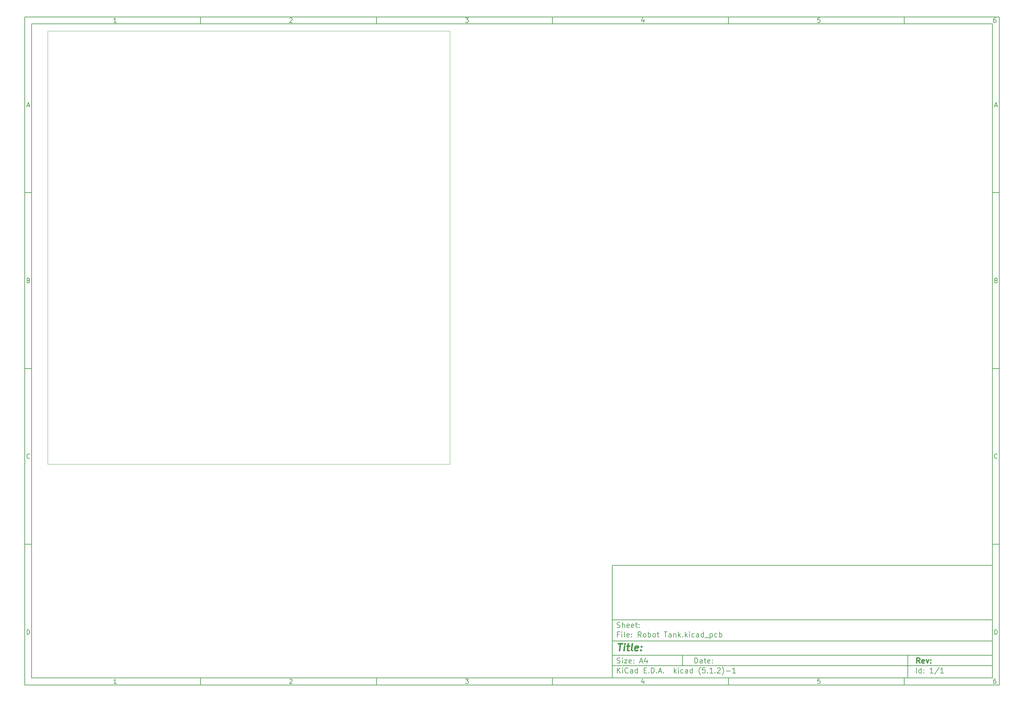
<source format=gm1>
G04 #@! TF.GenerationSoftware,KiCad,Pcbnew,(5.1.2)-1*
G04 #@! TF.CreationDate,2019-07-09T02:23:16-04:00*
G04 #@! TF.ProjectId,Robot Tank,526f626f-7420-4546-916e-6b2e6b696361,rev?*
G04 #@! TF.SameCoordinates,Original*
G04 #@! TF.FileFunction,Profile,NP*
%FSLAX46Y46*%
G04 Gerber Fmt 4.6, Leading zero omitted, Abs format (unit mm)*
G04 Created by KiCad (PCBNEW (5.1.2)-1) date 2019-07-09 02:23:16*
%MOMM*%
%LPD*%
G04 APERTURE LIST*
%ADD10C,0.100000*%
%ADD11C,0.150000*%
%ADD12C,0.300000*%
%ADD13C,0.400000*%
G04 APERTURE END LIST*
D10*
D11*
X177002200Y-166007200D02*
X177002200Y-198007200D01*
X285002200Y-198007200D01*
X285002200Y-166007200D01*
X177002200Y-166007200D01*
D10*
D11*
X10000000Y-10000000D02*
X10000000Y-200007200D01*
X287002200Y-200007200D01*
X287002200Y-10000000D01*
X10000000Y-10000000D01*
D10*
D11*
X12000000Y-12000000D02*
X12000000Y-198007200D01*
X285002200Y-198007200D01*
X285002200Y-12000000D01*
X12000000Y-12000000D01*
D10*
D11*
X60000000Y-12000000D02*
X60000000Y-10000000D01*
D10*
D11*
X110000000Y-12000000D02*
X110000000Y-10000000D01*
D10*
D11*
X160000000Y-12000000D02*
X160000000Y-10000000D01*
D10*
D11*
X210000000Y-12000000D02*
X210000000Y-10000000D01*
D10*
D11*
X260000000Y-12000000D02*
X260000000Y-10000000D01*
D10*
D11*
X36065476Y-11588095D02*
X35322619Y-11588095D01*
X35694047Y-11588095D02*
X35694047Y-10288095D01*
X35570238Y-10473809D01*
X35446428Y-10597619D01*
X35322619Y-10659523D01*
D10*
D11*
X85322619Y-10411904D02*
X85384523Y-10350000D01*
X85508333Y-10288095D01*
X85817857Y-10288095D01*
X85941666Y-10350000D01*
X86003571Y-10411904D01*
X86065476Y-10535714D01*
X86065476Y-10659523D01*
X86003571Y-10845238D01*
X85260714Y-11588095D01*
X86065476Y-11588095D01*
D10*
D11*
X135260714Y-10288095D02*
X136065476Y-10288095D01*
X135632142Y-10783333D01*
X135817857Y-10783333D01*
X135941666Y-10845238D01*
X136003571Y-10907142D01*
X136065476Y-11030952D01*
X136065476Y-11340476D01*
X136003571Y-11464285D01*
X135941666Y-11526190D01*
X135817857Y-11588095D01*
X135446428Y-11588095D01*
X135322619Y-11526190D01*
X135260714Y-11464285D01*
D10*
D11*
X185941666Y-10721428D02*
X185941666Y-11588095D01*
X185632142Y-10226190D02*
X185322619Y-11154761D01*
X186127380Y-11154761D01*
D10*
D11*
X236003571Y-10288095D02*
X235384523Y-10288095D01*
X235322619Y-10907142D01*
X235384523Y-10845238D01*
X235508333Y-10783333D01*
X235817857Y-10783333D01*
X235941666Y-10845238D01*
X236003571Y-10907142D01*
X236065476Y-11030952D01*
X236065476Y-11340476D01*
X236003571Y-11464285D01*
X235941666Y-11526190D01*
X235817857Y-11588095D01*
X235508333Y-11588095D01*
X235384523Y-11526190D01*
X235322619Y-11464285D01*
D10*
D11*
X285941666Y-10288095D02*
X285694047Y-10288095D01*
X285570238Y-10350000D01*
X285508333Y-10411904D01*
X285384523Y-10597619D01*
X285322619Y-10845238D01*
X285322619Y-11340476D01*
X285384523Y-11464285D01*
X285446428Y-11526190D01*
X285570238Y-11588095D01*
X285817857Y-11588095D01*
X285941666Y-11526190D01*
X286003571Y-11464285D01*
X286065476Y-11340476D01*
X286065476Y-11030952D01*
X286003571Y-10907142D01*
X285941666Y-10845238D01*
X285817857Y-10783333D01*
X285570238Y-10783333D01*
X285446428Y-10845238D01*
X285384523Y-10907142D01*
X285322619Y-11030952D01*
D10*
D11*
X60000000Y-198007200D02*
X60000000Y-200007200D01*
D10*
D11*
X110000000Y-198007200D02*
X110000000Y-200007200D01*
D10*
D11*
X160000000Y-198007200D02*
X160000000Y-200007200D01*
D10*
D11*
X210000000Y-198007200D02*
X210000000Y-200007200D01*
D10*
D11*
X260000000Y-198007200D02*
X260000000Y-200007200D01*
D10*
D11*
X36065476Y-199595295D02*
X35322619Y-199595295D01*
X35694047Y-199595295D02*
X35694047Y-198295295D01*
X35570238Y-198481009D01*
X35446428Y-198604819D01*
X35322619Y-198666723D01*
D10*
D11*
X85322619Y-198419104D02*
X85384523Y-198357200D01*
X85508333Y-198295295D01*
X85817857Y-198295295D01*
X85941666Y-198357200D01*
X86003571Y-198419104D01*
X86065476Y-198542914D01*
X86065476Y-198666723D01*
X86003571Y-198852438D01*
X85260714Y-199595295D01*
X86065476Y-199595295D01*
D10*
D11*
X135260714Y-198295295D02*
X136065476Y-198295295D01*
X135632142Y-198790533D01*
X135817857Y-198790533D01*
X135941666Y-198852438D01*
X136003571Y-198914342D01*
X136065476Y-199038152D01*
X136065476Y-199347676D01*
X136003571Y-199471485D01*
X135941666Y-199533390D01*
X135817857Y-199595295D01*
X135446428Y-199595295D01*
X135322619Y-199533390D01*
X135260714Y-199471485D01*
D10*
D11*
X185941666Y-198728628D02*
X185941666Y-199595295D01*
X185632142Y-198233390D02*
X185322619Y-199161961D01*
X186127380Y-199161961D01*
D10*
D11*
X236003571Y-198295295D02*
X235384523Y-198295295D01*
X235322619Y-198914342D01*
X235384523Y-198852438D01*
X235508333Y-198790533D01*
X235817857Y-198790533D01*
X235941666Y-198852438D01*
X236003571Y-198914342D01*
X236065476Y-199038152D01*
X236065476Y-199347676D01*
X236003571Y-199471485D01*
X235941666Y-199533390D01*
X235817857Y-199595295D01*
X235508333Y-199595295D01*
X235384523Y-199533390D01*
X235322619Y-199471485D01*
D10*
D11*
X285941666Y-198295295D02*
X285694047Y-198295295D01*
X285570238Y-198357200D01*
X285508333Y-198419104D01*
X285384523Y-198604819D01*
X285322619Y-198852438D01*
X285322619Y-199347676D01*
X285384523Y-199471485D01*
X285446428Y-199533390D01*
X285570238Y-199595295D01*
X285817857Y-199595295D01*
X285941666Y-199533390D01*
X286003571Y-199471485D01*
X286065476Y-199347676D01*
X286065476Y-199038152D01*
X286003571Y-198914342D01*
X285941666Y-198852438D01*
X285817857Y-198790533D01*
X285570238Y-198790533D01*
X285446428Y-198852438D01*
X285384523Y-198914342D01*
X285322619Y-199038152D01*
D10*
D11*
X10000000Y-60000000D02*
X12000000Y-60000000D01*
D10*
D11*
X10000000Y-110000000D02*
X12000000Y-110000000D01*
D10*
D11*
X10000000Y-160000000D02*
X12000000Y-160000000D01*
D10*
D11*
X10690476Y-35216666D02*
X11309523Y-35216666D01*
X10566666Y-35588095D02*
X11000000Y-34288095D01*
X11433333Y-35588095D01*
D10*
D11*
X11092857Y-84907142D02*
X11278571Y-84969047D01*
X11340476Y-85030952D01*
X11402380Y-85154761D01*
X11402380Y-85340476D01*
X11340476Y-85464285D01*
X11278571Y-85526190D01*
X11154761Y-85588095D01*
X10659523Y-85588095D01*
X10659523Y-84288095D01*
X11092857Y-84288095D01*
X11216666Y-84350000D01*
X11278571Y-84411904D01*
X11340476Y-84535714D01*
X11340476Y-84659523D01*
X11278571Y-84783333D01*
X11216666Y-84845238D01*
X11092857Y-84907142D01*
X10659523Y-84907142D01*
D10*
D11*
X11402380Y-135464285D02*
X11340476Y-135526190D01*
X11154761Y-135588095D01*
X11030952Y-135588095D01*
X10845238Y-135526190D01*
X10721428Y-135402380D01*
X10659523Y-135278571D01*
X10597619Y-135030952D01*
X10597619Y-134845238D01*
X10659523Y-134597619D01*
X10721428Y-134473809D01*
X10845238Y-134350000D01*
X11030952Y-134288095D01*
X11154761Y-134288095D01*
X11340476Y-134350000D01*
X11402380Y-134411904D01*
D10*
D11*
X10659523Y-185588095D02*
X10659523Y-184288095D01*
X10969047Y-184288095D01*
X11154761Y-184350000D01*
X11278571Y-184473809D01*
X11340476Y-184597619D01*
X11402380Y-184845238D01*
X11402380Y-185030952D01*
X11340476Y-185278571D01*
X11278571Y-185402380D01*
X11154761Y-185526190D01*
X10969047Y-185588095D01*
X10659523Y-185588095D01*
D10*
D11*
X287002200Y-60000000D02*
X285002200Y-60000000D01*
D10*
D11*
X287002200Y-110000000D02*
X285002200Y-110000000D01*
D10*
D11*
X287002200Y-160000000D02*
X285002200Y-160000000D01*
D10*
D11*
X285692676Y-35216666D02*
X286311723Y-35216666D01*
X285568866Y-35588095D02*
X286002200Y-34288095D01*
X286435533Y-35588095D01*
D10*
D11*
X286095057Y-84907142D02*
X286280771Y-84969047D01*
X286342676Y-85030952D01*
X286404580Y-85154761D01*
X286404580Y-85340476D01*
X286342676Y-85464285D01*
X286280771Y-85526190D01*
X286156961Y-85588095D01*
X285661723Y-85588095D01*
X285661723Y-84288095D01*
X286095057Y-84288095D01*
X286218866Y-84350000D01*
X286280771Y-84411904D01*
X286342676Y-84535714D01*
X286342676Y-84659523D01*
X286280771Y-84783333D01*
X286218866Y-84845238D01*
X286095057Y-84907142D01*
X285661723Y-84907142D01*
D10*
D11*
X286404580Y-135464285D02*
X286342676Y-135526190D01*
X286156961Y-135588095D01*
X286033152Y-135588095D01*
X285847438Y-135526190D01*
X285723628Y-135402380D01*
X285661723Y-135278571D01*
X285599819Y-135030952D01*
X285599819Y-134845238D01*
X285661723Y-134597619D01*
X285723628Y-134473809D01*
X285847438Y-134350000D01*
X286033152Y-134288095D01*
X286156961Y-134288095D01*
X286342676Y-134350000D01*
X286404580Y-134411904D01*
D10*
D11*
X285661723Y-185588095D02*
X285661723Y-184288095D01*
X285971247Y-184288095D01*
X286156961Y-184350000D01*
X286280771Y-184473809D01*
X286342676Y-184597619D01*
X286404580Y-184845238D01*
X286404580Y-185030952D01*
X286342676Y-185278571D01*
X286280771Y-185402380D01*
X286156961Y-185526190D01*
X285971247Y-185588095D01*
X285661723Y-185588095D01*
D10*
D11*
X200434342Y-193785771D02*
X200434342Y-192285771D01*
X200791485Y-192285771D01*
X201005771Y-192357200D01*
X201148628Y-192500057D01*
X201220057Y-192642914D01*
X201291485Y-192928628D01*
X201291485Y-193142914D01*
X201220057Y-193428628D01*
X201148628Y-193571485D01*
X201005771Y-193714342D01*
X200791485Y-193785771D01*
X200434342Y-193785771D01*
X202577200Y-193785771D02*
X202577200Y-193000057D01*
X202505771Y-192857200D01*
X202362914Y-192785771D01*
X202077200Y-192785771D01*
X201934342Y-192857200D01*
X202577200Y-193714342D02*
X202434342Y-193785771D01*
X202077200Y-193785771D01*
X201934342Y-193714342D01*
X201862914Y-193571485D01*
X201862914Y-193428628D01*
X201934342Y-193285771D01*
X202077200Y-193214342D01*
X202434342Y-193214342D01*
X202577200Y-193142914D01*
X203077200Y-192785771D02*
X203648628Y-192785771D01*
X203291485Y-192285771D02*
X203291485Y-193571485D01*
X203362914Y-193714342D01*
X203505771Y-193785771D01*
X203648628Y-193785771D01*
X204720057Y-193714342D02*
X204577200Y-193785771D01*
X204291485Y-193785771D01*
X204148628Y-193714342D01*
X204077200Y-193571485D01*
X204077200Y-193000057D01*
X204148628Y-192857200D01*
X204291485Y-192785771D01*
X204577200Y-192785771D01*
X204720057Y-192857200D01*
X204791485Y-193000057D01*
X204791485Y-193142914D01*
X204077200Y-193285771D01*
X205434342Y-193642914D02*
X205505771Y-193714342D01*
X205434342Y-193785771D01*
X205362914Y-193714342D01*
X205434342Y-193642914D01*
X205434342Y-193785771D01*
X205434342Y-192857200D02*
X205505771Y-192928628D01*
X205434342Y-193000057D01*
X205362914Y-192928628D01*
X205434342Y-192857200D01*
X205434342Y-193000057D01*
D10*
D11*
X177002200Y-194507200D02*
X285002200Y-194507200D01*
D10*
D11*
X178434342Y-196585771D02*
X178434342Y-195085771D01*
X179291485Y-196585771D02*
X178648628Y-195728628D01*
X179291485Y-195085771D02*
X178434342Y-195942914D01*
X179934342Y-196585771D02*
X179934342Y-195585771D01*
X179934342Y-195085771D02*
X179862914Y-195157200D01*
X179934342Y-195228628D01*
X180005771Y-195157200D01*
X179934342Y-195085771D01*
X179934342Y-195228628D01*
X181505771Y-196442914D02*
X181434342Y-196514342D01*
X181220057Y-196585771D01*
X181077200Y-196585771D01*
X180862914Y-196514342D01*
X180720057Y-196371485D01*
X180648628Y-196228628D01*
X180577200Y-195942914D01*
X180577200Y-195728628D01*
X180648628Y-195442914D01*
X180720057Y-195300057D01*
X180862914Y-195157200D01*
X181077200Y-195085771D01*
X181220057Y-195085771D01*
X181434342Y-195157200D01*
X181505771Y-195228628D01*
X182791485Y-196585771D02*
X182791485Y-195800057D01*
X182720057Y-195657200D01*
X182577200Y-195585771D01*
X182291485Y-195585771D01*
X182148628Y-195657200D01*
X182791485Y-196514342D02*
X182648628Y-196585771D01*
X182291485Y-196585771D01*
X182148628Y-196514342D01*
X182077200Y-196371485D01*
X182077200Y-196228628D01*
X182148628Y-196085771D01*
X182291485Y-196014342D01*
X182648628Y-196014342D01*
X182791485Y-195942914D01*
X184148628Y-196585771D02*
X184148628Y-195085771D01*
X184148628Y-196514342D02*
X184005771Y-196585771D01*
X183720057Y-196585771D01*
X183577200Y-196514342D01*
X183505771Y-196442914D01*
X183434342Y-196300057D01*
X183434342Y-195871485D01*
X183505771Y-195728628D01*
X183577200Y-195657200D01*
X183720057Y-195585771D01*
X184005771Y-195585771D01*
X184148628Y-195657200D01*
X186005771Y-195800057D02*
X186505771Y-195800057D01*
X186720057Y-196585771D02*
X186005771Y-196585771D01*
X186005771Y-195085771D01*
X186720057Y-195085771D01*
X187362914Y-196442914D02*
X187434342Y-196514342D01*
X187362914Y-196585771D01*
X187291485Y-196514342D01*
X187362914Y-196442914D01*
X187362914Y-196585771D01*
X188077200Y-196585771D02*
X188077200Y-195085771D01*
X188434342Y-195085771D01*
X188648628Y-195157200D01*
X188791485Y-195300057D01*
X188862914Y-195442914D01*
X188934342Y-195728628D01*
X188934342Y-195942914D01*
X188862914Y-196228628D01*
X188791485Y-196371485D01*
X188648628Y-196514342D01*
X188434342Y-196585771D01*
X188077200Y-196585771D01*
X189577200Y-196442914D02*
X189648628Y-196514342D01*
X189577200Y-196585771D01*
X189505771Y-196514342D01*
X189577200Y-196442914D01*
X189577200Y-196585771D01*
X190220057Y-196157200D02*
X190934342Y-196157200D01*
X190077200Y-196585771D02*
X190577200Y-195085771D01*
X191077200Y-196585771D01*
X191577200Y-196442914D02*
X191648628Y-196514342D01*
X191577200Y-196585771D01*
X191505771Y-196514342D01*
X191577200Y-196442914D01*
X191577200Y-196585771D01*
X194577200Y-196585771D02*
X194577200Y-195085771D01*
X194720057Y-196014342D02*
X195148628Y-196585771D01*
X195148628Y-195585771D02*
X194577200Y-196157200D01*
X195791485Y-196585771D02*
X195791485Y-195585771D01*
X195791485Y-195085771D02*
X195720057Y-195157200D01*
X195791485Y-195228628D01*
X195862914Y-195157200D01*
X195791485Y-195085771D01*
X195791485Y-195228628D01*
X197148628Y-196514342D02*
X197005771Y-196585771D01*
X196720057Y-196585771D01*
X196577200Y-196514342D01*
X196505771Y-196442914D01*
X196434342Y-196300057D01*
X196434342Y-195871485D01*
X196505771Y-195728628D01*
X196577200Y-195657200D01*
X196720057Y-195585771D01*
X197005771Y-195585771D01*
X197148628Y-195657200D01*
X198434342Y-196585771D02*
X198434342Y-195800057D01*
X198362914Y-195657200D01*
X198220057Y-195585771D01*
X197934342Y-195585771D01*
X197791485Y-195657200D01*
X198434342Y-196514342D02*
X198291485Y-196585771D01*
X197934342Y-196585771D01*
X197791485Y-196514342D01*
X197720057Y-196371485D01*
X197720057Y-196228628D01*
X197791485Y-196085771D01*
X197934342Y-196014342D01*
X198291485Y-196014342D01*
X198434342Y-195942914D01*
X199791485Y-196585771D02*
X199791485Y-195085771D01*
X199791485Y-196514342D02*
X199648628Y-196585771D01*
X199362914Y-196585771D01*
X199220057Y-196514342D01*
X199148628Y-196442914D01*
X199077200Y-196300057D01*
X199077200Y-195871485D01*
X199148628Y-195728628D01*
X199220057Y-195657200D01*
X199362914Y-195585771D01*
X199648628Y-195585771D01*
X199791485Y-195657200D01*
X202077200Y-197157200D02*
X202005771Y-197085771D01*
X201862914Y-196871485D01*
X201791485Y-196728628D01*
X201720057Y-196514342D01*
X201648628Y-196157200D01*
X201648628Y-195871485D01*
X201720057Y-195514342D01*
X201791485Y-195300057D01*
X201862914Y-195157200D01*
X202005771Y-194942914D01*
X202077200Y-194871485D01*
X203362914Y-195085771D02*
X202648628Y-195085771D01*
X202577200Y-195800057D01*
X202648628Y-195728628D01*
X202791485Y-195657200D01*
X203148628Y-195657200D01*
X203291485Y-195728628D01*
X203362914Y-195800057D01*
X203434342Y-195942914D01*
X203434342Y-196300057D01*
X203362914Y-196442914D01*
X203291485Y-196514342D01*
X203148628Y-196585771D01*
X202791485Y-196585771D01*
X202648628Y-196514342D01*
X202577200Y-196442914D01*
X204077200Y-196442914D02*
X204148628Y-196514342D01*
X204077200Y-196585771D01*
X204005771Y-196514342D01*
X204077200Y-196442914D01*
X204077200Y-196585771D01*
X205577200Y-196585771D02*
X204720057Y-196585771D01*
X205148628Y-196585771D02*
X205148628Y-195085771D01*
X205005771Y-195300057D01*
X204862914Y-195442914D01*
X204720057Y-195514342D01*
X206220057Y-196442914D02*
X206291485Y-196514342D01*
X206220057Y-196585771D01*
X206148628Y-196514342D01*
X206220057Y-196442914D01*
X206220057Y-196585771D01*
X206862914Y-195228628D02*
X206934342Y-195157200D01*
X207077200Y-195085771D01*
X207434342Y-195085771D01*
X207577200Y-195157200D01*
X207648628Y-195228628D01*
X207720057Y-195371485D01*
X207720057Y-195514342D01*
X207648628Y-195728628D01*
X206791485Y-196585771D01*
X207720057Y-196585771D01*
X208220057Y-197157200D02*
X208291485Y-197085771D01*
X208434342Y-196871485D01*
X208505771Y-196728628D01*
X208577200Y-196514342D01*
X208648628Y-196157200D01*
X208648628Y-195871485D01*
X208577200Y-195514342D01*
X208505771Y-195300057D01*
X208434342Y-195157200D01*
X208291485Y-194942914D01*
X208220057Y-194871485D01*
X209362914Y-196014342D02*
X210505771Y-196014342D01*
X212005771Y-196585771D02*
X211148628Y-196585771D01*
X211577200Y-196585771D02*
X211577200Y-195085771D01*
X211434342Y-195300057D01*
X211291485Y-195442914D01*
X211148628Y-195514342D01*
D10*
D11*
X177002200Y-191507200D02*
X285002200Y-191507200D01*
D10*
D12*
X264411485Y-193785771D02*
X263911485Y-193071485D01*
X263554342Y-193785771D02*
X263554342Y-192285771D01*
X264125771Y-192285771D01*
X264268628Y-192357200D01*
X264340057Y-192428628D01*
X264411485Y-192571485D01*
X264411485Y-192785771D01*
X264340057Y-192928628D01*
X264268628Y-193000057D01*
X264125771Y-193071485D01*
X263554342Y-193071485D01*
X265625771Y-193714342D02*
X265482914Y-193785771D01*
X265197200Y-193785771D01*
X265054342Y-193714342D01*
X264982914Y-193571485D01*
X264982914Y-193000057D01*
X265054342Y-192857200D01*
X265197200Y-192785771D01*
X265482914Y-192785771D01*
X265625771Y-192857200D01*
X265697200Y-193000057D01*
X265697200Y-193142914D01*
X264982914Y-193285771D01*
X266197200Y-192785771D02*
X266554342Y-193785771D01*
X266911485Y-192785771D01*
X267482914Y-193642914D02*
X267554342Y-193714342D01*
X267482914Y-193785771D01*
X267411485Y-193714342D01*
X267482914Y-193642914D01*
X267482914Y-193785771D01*
X267482914Y-192857200D02*
X267554342Y-192928628D01*
X267482914Y-193000057D01*
X267411485Y-192928628D01*
X267482914Y-192857200D01*
X267482914Y-193000057D01*
D10*
D11*
X178362914Y-193714342D02*
X178577200Y-193785771D01*
X178934342Y-193785771D01*
X179077200Y-193714342D01*
X179148628Y-193642914D01*
X179220057Y-193500057D01*
X179220057Y-193357200D01*
X179148628Y-193214342D01*
X179077200Y-193142914D01*
X178934342Y-193071485D01*
X178648628Y-193000057D01*
X178505771Y-192928628D01*
X178434342Y-192857200D01*
X178362914Y-192714342D01*
X178362914Y-192571485D01*
X178434342Y-192428628D01*
X178505771Y-192357200D01*
X178648628Y-192285771D01*
X179005771Y-192285771D01*
X179220057Y-192357200D01*
X179862914Y-193785771D02*
X179862914Y-192785771D01*
X179862914Y-192285771D02*
X179791485Y-192357200D01*
X179862914Y-192428628D01*
X179934342Y-192357200D01*
X179862914Y-192285771D01*
X179862914Y-192428628D01*
X180434342Y-192785771D02*
X181220057Y-192785771D01*
X180434342Y-193785771D01*
X181220057Y-193785771D01*
X182362914Y-193714342D02*
X182220057Y-193785771D01*
X181934342Y-193785771D01*
X181791485Y-193714342D01*
X181720057Y-193571485D01*
X181720057Y-193000057D01*
X181791485Y-192857200D01*
X181934342Y-192785771D01*
X182220057Y-192785771D01*
X182362914Y-192857200D01*
X182434342Y-193000057D01*
X182434342Y-193142914D01*
X181720057Y-193285771D01*
X183077200Y-193642914D02*
X183148628Y-193714342D01*
X183077200Y-193785771D01*
X183005771Y-193714342D01*
X183077200Y-193642914D01*
X183077200Y-193785771D01*
X183077200Y-192857200D02*
X183148628Y-192928628D01*
X183077200Y-193000057D01*
X183005771Y-192928628D01*
X183077200Y-192857200D01*
X183077200Y-193000057D01*
X184862914Y-193357200D02*
X185577200Y-193357200D01*
X184720057Y-193785771D02*
X185220057Y-192285771D01*
X185720057Y-193785771D01*
X186862914Y-192785771D02*
X186862914Y-193785771D01*
X186505771Y-192214342D02*
X186148628Y-193285771D01*
X187077200Y-193285771D01*
D10*
D11*
X263434342Y-196585771D02*
X263434342Y-195085771D01*
X264791485Y-196585771D02*
X264791485Y-195085771D01*
X264791485Y-196514342D02*
X264648628Y-196585771D01*
X264362914Y-196585771D01*
X264220057Y-196514342D01*
X264148628Y-196442914D01*
X264077200Y-196300057D01*
X264077200Y-195871485D01*
X264148628Y-195728628D01*
X264220057Y-195657200D01*
X264362914Y-195585771D01*
X264648628Y-195585771D01*
X264791485Y-195657200D01*
X265505771Y-196442914D02*
X265577200Y-196514342D01*
X265505771Y-196585771D01*
X265434342Y-196514342D01*
X265505771Y-196442914D01*
X265505771Y-196585771D01*
X265505771Y-195657200D02*
X265577200Y-195728628D01*
X265505771Y-195800057D01*
X265434342Y-195728628D01*
X265505771Y-195657200D01*
X265505771Y-195800057D01*
X268148628Y-196585771D02*
X267291485Y-196585771D01*
X267720057Y-196585771D02*
X267720057Y-195085771D01*
X267577200Y-195300057D01*
X267434342Y-195442914D01*
X267291485Y-195514342D01*
X269862914Y-195014342D02*
X268577200Y-196942914D01*
X271148628Y-196585771D02*
X270291485Y-196585771D01*
X270720057Y-196585771D02*
X270720057Y-195085771D01*
X270577200Y-195300057D01*
X270434342Y-195442914D01*
X270291485Y-195514342D01*
D10*
D11*
X177002200Y-187507200D02*
X285002200Y-187507200D01*
D10*
D13*
X178714580Y-188211961D02*
X179857438Y-188211961D01*
X179036009Y-190211961D02*
X179286009Y-188211961D01*
X180274104Y-190211961D02*
X180440771Y-188878628D01*
X180524104Y-188211961D02*
X180416961Y-188307200D01*
X180500295Y-188402438D01*
X180607438Y-188307200D01*
X180524104Y-188211961D01*
X180500295Y-188402438D01*
X181107438Y-188878628D02*
X181869342Y-188878628D01*
X181476485Y-188211961D02*
X181262200Y-189926247D01*
X181333628Y-190116723D01*
X181512200Y-190211961D01*
X181702676Y-190211961D01*
X182655057Y-190211961D02*
X182476485Y-190116723D01*
X182405057Y-189926247D01*
X182619342Y-188211961D01*
X184190771Y-190116723D02*
X183988390Y-190211961D01*
X183607438Y-190211961D01*
X183428866Y-190116723D01*
X183357438Y-189926247D01*
X183452676Y-189164342D01*
X183571723Y-188973866D01*
X183774104Y-188878628D01*
X184155057Y-188878628D01*
X184333628Y-188973866D01*
X184405057Y-189164342D01*
X184381247Y-189354819D01*
X183405057Y-189545295D01*
X185155057Y-190021485D02*
X185238390Y-190116723D01*
X185131247Y-190211961D01*
X185047914Y-190116723D01*
X185155057Y-190021485D01*
X185131247Y-190211961D01*
X185286009Y-188973866D02*
X185369342Y-189069104D01*
X185262200Y-189164342D01*
X185178866Y-189069104D01*
X185286009Y-188973866D01*
X185262200Y-189164342D01*
D10*
D11*
X178934342Y-185600057D02*
X178434342Y-185600057D01*
X178434342Y-186385771D02*
X178434342Y-184885771D01*
X179148628Y-184885771D01*
X179720057Y-186385771D02*
X179720057Y-185385771D01*
X179720057Y-184885771D02*
X179648628Y-184957200D01*
X179720057Y-185028628D01*
X179791485Y-184957200D01*
X179720057Y-184885771D01*
X179720057Y-185028628D01*
X180648628Y-186385771D02*
X180505771Y-186314342D01*
X180434342Y-186171485D01*
X180434342Y-184885771D01*
X181791485Y-186314342D02*
X181648628Y-186385771D01*
X181362914Y-186385771D01*
X181220057Y-186314342D01*
X181148628Y-186171485D01*
X181148628Y-185600057D01*
X181220057Y-185457200D01*
X181362914Y-185385771D01*
X181648628Y-185385771D01*
X181791485Y-185457200D01*
X181862914Y-185600057D01*
X181862914Y-185742914D01*
X181148628Y-185885771D01*
X182505771Y-186242914D02*
X182577200Y-186314342D01*
X182505771Y-186385771D01*
X182434342Y-186314342D01*
X182505771Y-186242914D01*
X182505771Y-186385771D01*
X182505771Y-185457200D02*
X182577200Y-185528628D01*
X182505771Y-185600057D01*
X182434342Y-185528628D01*
X182505771Y-185457200D01*
X182505771Y-185600057D01*
X185220057Y-186385771D02*
X184720057Y-185671485D01*
X184362914Y-186385771D02*
X184362914Y-184885771D01*
X184934342Y-184885771D01*
X185077200Y-184957200D01*
X185148628Y-185028628D01*
X185220057Y-185171485D01*
X185220057Y-185385771D01*
X185148628Y-185528628D01*
X185077200Y-185600057D01*
X184934342Y-185671485D01*
X184362914Y-185671485D01*
X186077200Y-186385771D02*
X185934342Y-186314342D01*
X185862914Y-186242914D01*
X185791485Y-186100057D01*
X185791485Y-185671485D01*
X185862914Y-185528628D01*
X185934342Y-185457200D01*
X186077200Y-185385771D01*
X186291485Y-185385771D01*
X186434342Y-185457200D01*
X186505771Y-185528628D01*
X186577200Y-185671485D01*
X186577200Y-186100057D01*
X186505771Y-186242914D01*
X186434342Y-186314342D01*
X186291485Y-186385771D01*
X186077200Y-186385771D01*
X187220057Y-186385771D02*
X187220057Y-184885771D01*
X187220057Y-185457200D02*
X187362914Y-185385771D01*
X187648628Y-185385771D01*
X187791485Y-185457200D01*
X187862914Y-185528628D01*
X187934342Y-185671485D01*
X187934342Y-186100057D01*
X187862914Y-186242914D01*
X187791485Y-186314342D01*
X187648628Y-186385771D01*
X187362914Y-186385771D01*
X187220057Y-186314342D01*
X188791485Y-186385771D02*
X188648628Y-186314342D01*
X188577200Y-186242914D01*
X188505771Y-186100057D01*
X188505771Y-185671485D01*
X188577200Y-185528628D01*
X188648628Y-185457200D01*
X188791485Y-185385771D01*
X189005771Y-185385771D01*
X189148628Y-185457200D01*
X189220057Y-185528628D01*
X189291485Y-185671485D01*
X189291485Y-186100057D01*
X189220057Y-186242914D01*
X189148628Y-186314342D01*
X189005771Y-186385771D01*
X188791485Y-186385771D01*
X189720057Y-185385771D02*
X190291485Y-185385771D01*
X189934342Y-184885771D02*
X189934342Y-186171485D01*
X190005771Y-186314342D01*
X190148628Y-186385771D01*
X190291485Y-186385771D01*
X191720057Y-184885771D02*
X192577200Y-184885771D01*
X192148628Y-186385771D02*
X192148628Y-184885771D01*
X193720057Y-186385771D02*
X193720057Y-185600057D01*
X193648628Y-185457200D01*
X193505771Y-185385771D01*
X193220057Y-185385771D01*
X193077200Y-185457200D01*
X193720057Y-186314342D02*
X193577200Y-186385771D01*
X193220057Y-186385771D01*
X193077200Y-186314342D01*
X193005771Y-186171485D01*
X193005771Y-186028628D01*
X193077200Y-185885771D01*
X193220057Y-185814342D01*
X193577200Y-185814342D01*
X193720057Y-185742914D01*
X194434342Y-185385771D02*
X194434342Y-186385771D01*
X194434342Y-185528628D02*
X194505771Y-185457200D01*
X194648628Y-185385771D01*
X194862914Y-185385771D01*
X195005771Y-185457200D01*
X195077200Y-185600057D01*
X195077200Y-186385771D01*
X195791485Y-186385771D02*
X195791485Y-184885771D01*
X195934342Y-185814342D02*
X196362914Y-186385771D01*
X196362914Y-185385771D02*
X195791485Y-185957200D01*
X197005771Y-186242914D02*
X197077200Y-186314342D01*
X197005771Y-186385771D01*
X196934342Y-186314342D01*
X197005771Y-186242914D01*
X197005771Y-186385771D01*
X197720057Y-186385771D02*
X197720057Y-184885771D01*
X197862914Y-185814342D02*
X198291485Y-186385771D01*
X198291485Y-185385771D02*
X197720057Y-185957200D01*
X198934342Y-186385771D02*
X198934342Y-185385771D01*
X198934342Y-184885771D02*
X198862914Y-184957200D01*
X198934342Y-185028628D01*
X199005771Y-184957200D01*
X198934342Y-184885771D01*
X198934342Y-185028628D01*
X200291485Y-186314342D02*
X200148628Y-186385771D01*
X199862914Y-186385771D01*
X199720057Y-186314342D01*
X199648628Y-186242914D01*
X199577200Y-186100057D01*
X199577200Y-185671485D01*
X199648628Y-185528628D01*
X199720057Y-185457200D01*
X199862914Y-185385771D01*
X200148628Y-185385771D01*
X200291485Y-185457200D01*
X201577200Y-186385771D02*
X201577200Y-185600057D01*
X201505771Y-185457200D01*
X201362914Y-185385771D01*
X201077200Y-185385771D01*
X200934342Y-185457200D01*
X201577200Y-186314342D02*
X201434342Y-186385771D01*
X201077200Y-186385771D01*
X200934342Y-186314342D01*
X200862914Y-186171485D01*
X200862914Y-186028628D01*
X200934342Y-185885771D01*
X201077200Y-185814342D01*
X201434342Y-185814342D01*
X201577200Y-185742914D01*
X202934342Y-186385771D02*
X202934342Y-184885771D01*
X202934342Y-186314342D02*
X202791485Y-186385771D01*
X202505771Y-186385771D01*
X202362914Y-186314342D01*
X202291485Y-186242914D01*
X202220057Y-186100057D01*
X202220057Y-185671485D01*
X202291485Y-185528628D01*
X202362914Y-185457200D01*
X202505771Y-185385771D01*
X202791485Y-185385771D01*
X202934342Y-185457200D01*
X203291485Y-186528628D02*
X204434342Y-186528628D01*
X204791485Y-185385771D02*
X204791485Y-186885771D01*
X204791485Y-185457200D02*
X204934342Y-185385771D01*
X205220057Y-185385771D01*
X205362914Y-185457200D01*
X205434342Y-185528628D01*
X205505771Y-185671485D01*
X205505771Y-186100057D01*
X205434342Y-186242914D01*
X205362914Y-186314342D01*
X205220057Y-186385771D01*
X204934342Y-186385771D01*
X204791485Y-186314342D01*
X206791485Y-186314342D02*
X206648628Y-186385771D01*
X206362914Y-186385771D01*
X206220057Y-186314342D01*
X206148628Y-186242914D01*
X206077200Y-186100057D01*
X206077200Y-185671485D01*
X206148628Y-185528628D01*
X206220057Y-185457200D01*
X206362914Y-185385771D01*
X206648628Y-185385771D01*
X206791485Y-185457200D01*
X207434342Y-186385771D02*
X207434342Y-184885771D01*
X207434342Y-185457200D02*
X207577200Y-185385771D01*
X207862914Y-185385771D01*
X208005771Y-185457200D01*
X208077200Y-185528628D01*
X208148628Y-185671485D01*
X208148628Y-186100057D01*
X208077200Y-186242914D01*
X208005771Y-186314342D01*
X207862914Y-186385771D01*
X207577200Y-186385771D01*
X207434342Y-186314342D01*
D10*
D11*
X177002200Y-181507200D02*
X285002200Y-181507200D01*
D10*
D11*
X178362914Y-183614342D02*
X178577200Y-183685771D01*
X178934342Y-183685771D01*
X179077200Y-183614342D01*
X179148628Y-183542914D01*
X179220057Y-183400057D01*
X179220057Y-183257200D01*
X179148628Y-183114342D01*
X179077200Y-183042914D01*
X178934342Y-182971485D01*
X178648628Y-182900057D01*
X178505771Y-182828628D01*
X178434342Y-182757200D01*
X178362914Y-182614342D01*
X178362914Y-182471485D01*
X178434342Y-182328628D01*
X178505771Y-182257200D01*
X178648628Y-182185771D01*
X179005771Y-182185771D01*
X179220057Y-182257200D01*
X179862914Y-183685771D02*
X179862914Y-182185771D01*
X180505771Y-183685771D02*
X180505771Y-182900057D01*
X180434342Y-182757200D01*
X180291485Y-182685771D01*
X180077200Y-182685771D01*
X179934342Y-182757200D01*
X179862914Y-182828628D01*
X181791485Y-183614342D02*
X181648628Y-183685771D01*
X181362914Y-183685771D01*
X181220057Y-183614342D01*
X181148628Y-183471485D01*
X181148628Y-182900057D01*
X181220057Y-182757200D01*
X181362914Y-182685771D01*
X181648628Y-182685771D01*
X181791485Y-182757200D01*
X181862914Y-182900057D01*
X181862914Y-183042914D01*
X181148628Y-183185771D01*
X183077200Y-183614342D02*
X182934342Y-183685771D01*
X182648628Y-183685771D01*
X182505771Y-183614342D01*
X182434342Y-183471485D01*
X182434342Y-182900057D01*
X182505771Y-182757200D01*
X182648628Y-182685771D01*
X182934342Y-182685771D01*
X183077200Y-182757200D01*
X183148628Y-182900057D01*
X183148628Y-183042914D01*
X182434342Y-183185771D01*
X183577200Y-182685771D02*
X184148628Y-182685771D01*
X183791485Y-182185771D02*
X183791485Y-183471485D01*
X183862914Y-183614342D01*
X184005771Y-183685771D01*
X184148628Y-183685771D01*
X184648628Y-183542914D02*
X184720057Y-183614342D01*
X184648628Y-183685771D01*
X184577200Y-183614342D01*
X184648628Y-183542914D01*
X184648628Y-183685771D01*
X184648628Y-182757200D02*
X184720057Y-182828628D01*
X184648628Y-182900057D01*
X184577200Y-182828628D01*
X184648628Y-182757200D01*
X184648628Y-182900057D01*
D10*
D11*
X197002200Y-191507200D02*
X197002200Y-194507200D01*
D10*
D11*
X261002200Y-191507200D02*
X261002200Y-198007200D01*
D10*
X16510000Y-137160000D02*
X16510000Y-13970000D01*
X130810000Y-137160000D02*
X16510000Y-137160000D01*
X130810000Y-13970000D02*
X130810000Y-137160000D01*
X16510000Y-13970000D02*
X130810000Y-13970000D01*
M02*

</source>
